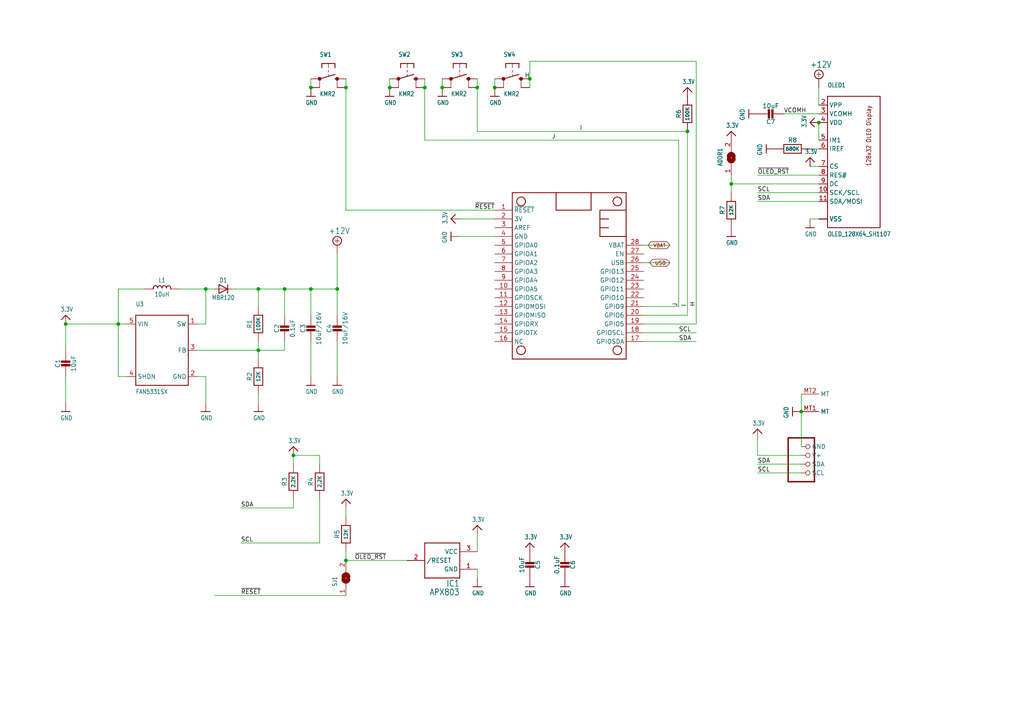
<source format=kicad_sch>
(kicad_sch (version 20231120) (generator "eeschema") (generator_version "8.0")
  (paper "A4")
  (lib_symbols
    (symbol "Adafruit 128x64 OLED FeatherWing-eagle-import:+12V" (power)
      (symbol "+12V_1_0"
        (polyline (pts (xy -0.635 1.27) (xy 0.635 1.27)) (stroke (width 0.1524)))
        (polyline (pts (xy 0 1.905) (xy 0 0.635)) (stroke (width 0.1524)))
        (circle (center 0 1.27) (radius 1.27) (stroke (width 0.254)))
        (pin power_in line (at 0 -2.54 90) (length 2.54) (name "+12V") (number "1"))
      )
    )
    (symbol "Adafruit 128x64 OLED FeatherWing-eagle-import:3.3V" (power)
      (symbol "3.3V_1_0"
        (polyline (pts (xy -1.27 -1.27) (xy 0 0)) (stroke (width 0.254)))
        (polyline (pts (xy 0 0) (xy 1.27 -1.27)) (stroke (width 0.254)))
        (pin power_in line (at 0 -2.54 90) (length 2.54) (name "3.3V") (number "1"))
      )
    )
    (symbol "Adafruit 128x64 OLED FeatherWing-eagle-import:AXP083-SAG"
      (property "Reference" "IC" (at -5.08 -7.62 0))
      (symbol "AXP083-SAG_1_0"
        (polyline (pts (xy -5.08 -5.08) (xy -5.08 5.08)) (stroke (width 0.254)))
        (polyline (pts (xy -5.08 5.08) (xy 5.08 5.08)) (stroke (width 0.254)))
        (polyline (pts (xy 5.08 -5.08) (xy -5.08 -5.08)) (stroke (width 0.254)))
        (polyline (pts (xy 5.08 5.08) (xy 5.08 -5.08)) (stroke (width 0.254)))
        (pin power_in line (at -10.16 -2.54 0) (length 5.08) (name "GND") (number "1"))
        (pin output line (at 10.16 0 180) (length 5.08) (name "/RESET") (number "2"))
        (pin power_in line (at -10.16 2.54 0) (length 5.08) (name "VCC") (number "3"))
      )
    )
    (symbol "Adafruit 128x64 OLED FeatherWing-eagle-import:CAP_CERAMIC0603_NO"
      (property "Reference" "C" (at -2.29 1.25 90))
      (symbol "CAP_CERAMIC0603_NO_1_0"
        (rectangle (start -1.27 0.508) (end 1.27 1.016) (fill (type outline)))
        (rectangle (start -1.27 1.524) (end 1.27 2.032) (fill (type outline)))
        (polyline (pts (xy 0 0.762) (xy 0 0)) (stroke (width 0.1524)))
        (polyline (pts (xy 0 2.54) (xy 0 1.778)) (stroke (width 0.1524)))
        (pin passive line (at 0 5.08 270) (length 2.54) (name "1") (number "1"))
        (pin passive line (at 0 -2.54 90) (length 2.54) (name "2") (number "2"))
      )
    )
    (symbol "Adafruit 128x64 OLED FeatherWing-eagle-import:CAP_CERAMIC0805-NOOUTLINE"
      (property "Reference" "C" (at -2.29 1.25 90))
      (symbol "CAP_CERAMIC0805-NOOUTLINE_1_0"
        (rectangle (start -1.27 0.508) (end 1.27 1.016) (fill (type outline)))
        (rectangle (start -1.27 1.524) (end 1.27 2.032) (fill (type outline)))
        (polyline (pts (xy 0 0.762) (xy 0 0)) (stroke (width 0.1524)))
        (polyline (pts (xy 0 2.54) (xy 0 1.778)) (stroke (width 0.1524)))
        (pin passive line (at 0 5.08 270) (length 2.54) (name "1") (number "1"))
        (pin passive line (at 0 -2.54 90) (length 2.54) (name "2") (number "2"))
      )
    )
    (symbol "Adafruit 128x64 OLED FeatherWing-eagle-import:DIODESOD-123"
      (property "Reference" "D" (at 0 2.54 0))
      (symbol "DIODESOD-123_1_0"
        (polyline (pts (xy -1.27 -1.27) (xy 1.27 0)) (stroke (width 0.254)))
        (polyline (pts (xy -1.27 1.27) (xy -1.27 -1.27)) (stroke (width 0.254)))
        (polyline (pts (xy 1.27 0) (xy -1.27 1.27)) (stroke (width 0.254)))
        (polyline (pts (xy 1.27 0) (xy 1.27 -1.27)) (stroke (width 0.254)))
        (polyline (pts (xy 1.27 1.27) (xy 1.27 0)) (stroke (width 0.254)))
        (pin passive line (at -2.54 0 0) (length 2.54) (name "A") (number "A"))
        (pin passive line (at 2.54 0 180) (length 2.54) (name "C") (number "C"))
      )
    )
    (symbol "Adafruit 128x64 OLED FeatherWing-eagle-import:FEATHERWING_NODIM"
      (symbol "FEATHERWING_NODIM_1_0"
        (polyline (pts (xy 0 0) (xy 48.26 0)) (stroke (width 0.254)))
        (polyline (pts (xy 0 12.7) (xy 0 0)) (stroke (width 0.254)))
        (polyline (pts (xy 0 22.86) (xy 0 12.7)) (stroke (width 0.254)))
        (polyline (pts (xy 0 22.86) (xy 5.08 22.86)) (stroke (width 0.254)))
        (polyline (pts (xy 0 33.02) (xy 0 22.86)) (stroke (width 0.254)))
        (polyline (pts (xy 5.08 12.7) (xy 0 12.7)) (stroke (width 0.254)))
        (polyline (pts (xy 5.08 22.86) (xy 5.08 12.7)) (stroke (width 0.254)))
        (polyline (pts (xy 5.08 25.4) (xy 7.62 25.4)) (stroke (width 0.254)))
        (polyline (pts (xy 5.08 33.02) (xy 0 33.02)) (stroke (width 0.254)))
        (polyline (pts (xy 5.08 33.02) (xy 5.08 25.4)) (stroke (width 0.254)))
        (polyline (pts (xy 7.62 25.4) (xy 10.16 25.4)) (stroke (width 0.254)))
        (polyline (pts (xy 7.62 27.94) (xy 7.62 25.4)) (stroke (width 0.254)))
        (polyline (pts (xy 10.16 25.4) (xy 12.7 25.4)) (stroke (width 0.254)))
        (polyline (pts (xy 10.16 27.94) (xy 10.16 25.4)) (stroke (width 0.254)))
        (polyline (pts (xy 12.7 25.4) (xy 12.7 33.02)) (stroke (width 0.254)))
        (polyline (pts (xy 12.7 33.02) (xy 5.08 33.02)) (stroke (width 0.254)))
        (polyline (pts (xy 48.26 0) (xy 48.26 33.02)) (stroke (width 0.254)))
        (polyline (pts (xy 48.26 33.02) (xy 12.7 33.02)) (stroke (width 0.254)))
        (circle (center 2.54 2.54) (radius 1.27) (stroke (width 0.254)))
        (circle (center 2.54 30.48) (radius 1.27) (stroke (width 0.254)))
        (circle (center 45.72 2.54) (radius 1.27) (stroke (width 0.254)))
        (circle (center 45.72 30.48) (radius 1.27) (stroke (width 0.254)))
        (pin input line (at 5.08 -5.08 90) (length 5.08) (name "~{RESET}") (number "1"))
        (pin bidirectional line (at 27.94 -5.08 90) (length 5.08) (name "GPIOA5") (number "10"))
        (pin bidirectional line (at 30.48 -5.08 90) (length 5.08) (name "GPIOSCK") (number "11"))
        (pin bidirectional line (at 33.02 -5.08 90) (length 5.08) (name "GPIOMOSI") (number "12"))
        (pin bidirectional line (at 35.56 -5.08 90) (length 5.08) (name "GPIOMISO") (number "13"))
        (pin bidirectional line (at 38.1 -5.08 90) (length 5.08) (name "GPIORX") (number "14"))
        (pin bidirectional line (at 40.64 -5.08 90) (length 5.08) (name "GPIOTX") (number "15"))
        (pin passive line (at 43.18 -5.08 90) (length 5.08) (name "NC") (number "16"))
        (pin bidirectional line (at 43.18 38.1 270) (length 5.08) (name "GPIOSDA") (number "17"))
        (pin bidirectional line (at 40.64 38.1 270) (length 5.08) (name "GPIOSCL") (number "18"))
        (pin bidirectional line (at 38.1 38.1 270) (length 5.08) (name "GPIO5") (number "19"))
        (pin power_in line (at 7.62 -5.08 90) (length 5.08) (name "3V") (number "2"))
        (pin bidirectional line (at 35.56 38.1 270) (length 5.08) (name "GPIO6") (number "20"))
        (pin bidirectional line (at 33.02 38.1 270) (length 5.08) (name "GPIO9") (number "21"))
        (pin bidirectional line (at 30.48 38.1 270) (length 5.08) (name "GPIO10") (number "22"))
        (pin bidirectional line (at 27.94 38.1 270) (length 5.08) (name "GPIO11") (number "23"))
        (pin bidirectional line (at 25.4 38.1 270) (length 5.08) (name "GPIO12") (number "24"))
        (pin bidirectional line (at 22.86 38.1 270) (length 5.08) (name "GPIO13") (number "25"))
        (pin power_in line (at 20.32 38.1 270) (length 5.08) (name "USB") (number "26"))
        (pin passive line (at 17.78 38.1 270) (length 5.08) (name "EN") (number "27"))
        (pin power_in line (at 15.24 38.1 270) (length 5.08) (name "VBAT") (number "28"))
        (pin passive line (at 10.16 -5.08 90) (length 5.08) (name "AREF") (number "3"))
        (pin power_in line (at 12.7 -5.08 90) (length 5.08) (name "GND") (number "4"))
        (pin bidirectional line (at 15.24 -5.08 90) (length 5.08) (name "GPIOA0") (number "5"))
        (pin bidirectional line (at 17.78 -5.08 90) (length 5.08) (name "GPIOA1") (number "6"))
        (pin bidirectional line (at 20.32 -5.08 90) (length 5.08) (name "GPIOA2") (number "7"))
        (pin bidirectional line (at 22.86 -5.08 90) (length 5.08) (name "GPIOA3") (number "8"))
        (pin bidirectional line (at 25.4 -5.08 90) (length 5.08) (name "GPIOA4") (number "9"))
      )
    )
    (symbol "Adafruit 128x64 OLED FeatherWing-eagle-import:GND" (power)
      (symbol "GND_1_0"
        (polyline (pts (xy -1.27 0) (xy 1.27 0)) (stroke (width 0.254)))
        (pin power_in line (at 0 2.54 270) (length 2.54) (name "GND") (number "1"))
      )
    )
    (symbol "Adafruit 128x64 OLED FeatherWing-eagle-import:INDUCTOR"
      (property "Reference" "L" (at 0 2.54 0))
      (symbol "INDUCTOR_1_0"
        (arc (start -1.27 0.3173) (mid -1.9049 0.9524) (end -2.54 0.3175) (stroke (width 0.254)))
        (polyline (pts (xy -2.54 0.3175) (xy -2.54 0)) (stroke (width 0.254)))
        (polyline (pts (xy 2.54 0.3175) (xy 2.54 0)) (stroke (width 0.254)))
        (arc (start 0 0.3173) (mid -0.6349 0.9524) (end -1.27 0.3175) (stroke (width 0.254)))
        (arc (start 1.27 0.3173) (mid 0.6351 0.9524) (end 0 0.3175) (stroke (width 0.254)))
        (arc (start 2.54 0.3173) (mid 1.9051 0.9524) (end 1.27 0.3175) (stroke (width 0.254)))
        (pin passive line (at -5.08 0 0) (length 2.54) (name "1") (number "P$1"))
        (pin passive line (at 5.08 0 180) (length 2.54) (name "2") (number "P$2"))
      )
    )
    (symbol "Adafruit 128x64 OLED FeatherWing-eagle-import:OLED_128X64_SH1107"
      (property "Reference" "OLED" (at -7.62 22.86 0))
      (symbol "OLED_128X64_SH1107_1_0"
        (polyline (pts (xy -7.62 -17.78) (xy 7.62 -17.78)) (stroke (width 0.254)))
        (polyline (pts (xy -7.62 20.32) (xy -7.62 -17.78)) (stroke (width 0.254)))
        (polyline (pts (xy 7.62 -17.78) (xy 7.62 20.32)) (stroke (width 0.254)))
        (polyline (pts (xy 7.62 20.32) (xy -7.62 20.32)) (stroke (width 0.254)))
        (text "128x32 OLED Display" (at 5.08 0 900) (effects (font (size 1.27 1.0795)) (justify left bottom)))
        (pin power_in line (at -10.16 -15.24 0) (length 2.54) (name "VSS") (number "1"))
        (pin input line (at -10.16 -7.62 0) (length 2.54) (name "SCK/SCL") (number "10"))
        (pin input line (at -10.16 -10.16 0) (length 2.54) (name "SDA/MOSI") (number "11"))
        (pin power_in line (at -10.16 -15.24 0) (length 2.54) (name "VSS") (number "12"))
        (pin power_in line (at -10.16 -15.24 0) (length 2.54) (name "VSS") (number "13"))
        (pin power_in line (at -10.16 17.78 0) (length 2.54) (name "VPP") (number "2"))
        (pin power_in line (at -10.16 15.24 0) (length 2.54) (name "VCOMH") (number "3"))
        (pin power_in line (at -10.16 12.7 0) (length 2.54) (name "VDD") (number "4"))
        (pin input line (at -10.16 7.62 0) (length 2.54) (name "IM1") (number "5"))
        (pin bidirectional line (at -10.16 5.08 0) (length 2.54) (name "IREF") (number "6"))
        (pin input line (at -10.16 0 0) (length 2.54) (name "CS") (number "7"))
        (pin input line (at -10.16 -2.54 0) (length 2.54) (name "RES#") (number "8"))
        (pin input line (at -10.16 -5.08 0) (length 2.54) (name "DC") (number "9"))
      )
    )
    (symbol "Adafruit 128x64 OLED FeatherWing-eagle-import:RESISTOR_0603_NOOUT"
      (property "Reference" "R" (at 0 2.54 0))
      (symbol "RESISTOR_0603_NOOUT_1_0"
        (polyline (pts (xy -2.54 -1.27) (xy -2.54 1.27)) (stroke (width 0.254)))
        (polyline (pts (xy -2.54 1.27) (xy 2.54 1.27)) (stroke (width 0.254)))
        (polyline (pts (xy 2.54 -1.27) (xy -2.54 -1.27)) (stroke (width 0.254)))
        (polyline (pts (xy 2.54 1.27) (xy 2.54 -1.27)) (stroke (width 0.254)))
        (pin passive line (at -5.08 0 0) (length 2.54) (name "1") (number "1"))
        (pin passive line (at 5.08 0 180) (length 2.54) (name "2") (number "2"))
      )
    )
    (symbol "Adafruit 128x64 OLED FeatherWing-eagle-import:SOLDERJUMPER"
      (property "Reference" "SJ" (at -2.54 2.54 0))
      (symbol "SOLDERJUMPER_1_0"
        (arc (start -0.3808 0.635) (mid -1.0159 0.0001) (end -0.381 -0.635) (stroke (width 1.27)))
        (polyline (pts (xy -2.54 0) (xy -1.651 0)) (stroke (width 0.1524)))
        (polyline (pts (xy 2.54 0) (xy 1.651 0)) (stroke (width 0.1524)))
        (arc (start 0.3808 -0.635) (mid 1.0159 -0.0001) (end 0.381 0.635) (stroke (width 1.27)))
        (pin passive line (at -5.08 0 0) (length 2.54) (name "1") (number "1"))
        (pin passive line (at 5.08 0 180) (length 2.54) (name "2") (number "2"))
      )
    )
    (symbol "Adafruit 128x64 OLED FeatherWing-eagle-import:SOLDERJUMPERCLOSED"
      (property "Reference" "SJ" (at -2.54 2.54 0))
      (symbol "SOLDERJUMPERCLOSED_1_0"
        (arc (start -0.3808 0.635) (mid -1.0159 0.0001) (end -0.381 -0.635) (stroke (width 1.27)))
        (polyline (pts (xy -2.54 0) (xy -1.651 0)) (stroke (width 0.1524)))
        (polyline (pts (xy 2.54 0) (xy 1.651 0)) (stroke (width 0.1524)))
        (arc (start 0.3808 -0.635) (mid 1.0159 -0.0001) (end 0.381 0.635) (stroke (width 1.27)))
        (pin passive line (at -5.08 0 0) (length 2.54) (name "1") (number "1"))
        (pin passive line (at 5.08 0 180) (length 2.54) (name "2") (number "2"))
      )
    )
    (symbol "Adafruit 128x64 OLED FeatherWing-eagle-import:STEMMA_I2C_QT"
      (symbol "STEMMA_I2C_QT_1_0"
        (polyline (pts (xy -3.81 -5.08) (xy 3.81 -5.08)) (stroke (width 0.4064)))
        (polyline (pts (xy -3.81 7.62) (xy -3.81 -5.08)) (stroke (width 0.4064)))
        (polyline (pts (xy 3.81 -5.08) (xy 3.81 7.62)) (stroke (width 0.4064)))
        (polyline (pts (xy 3.81 7.62) (xy -3.81 7.62)) (stroke (width 0.4064)))
        (pin passive inverted (at 0 5.08 0) (length 2.54) (name "GND") (number "1"))
        (pin passive inverted (at 0 2.54 0) (length 2.54) (name "V+") (number "2"))
        (pin passive inverted (at 0 0 0) (length 2.54) (name "SDA") (number "3"))
        (pin passive inverted (at 0 -2.54 0) (length 2.54) (name "SCL") (number "4"))
      )
      (symbol "STEMMA_I2C_QT_2_0"
        (pin bidirectional line (at 0 0 0) (length 5.08) (name "MT") (number "MT1"))
      )
      (symbol "STEMMA_I2C_QT_3_0"
        (pin bidirectional line (at 0 0 0) (length 5.08) (name "MT") (number "MT2"))
      )
    )
    (symbol "Adafruit 128x64 OLED FeatherWing-eagle-import:SWITCH_TACT_SMT4.6X2.8"
      (property "Reference" "SW" (at -2.54 6.35 0))
      (symbol "SWITCH_TACT_SMT4.6X2.8_1_0"
        (circle (center -2.54 0) (radius 0.127) (stroke (width 0.4064)))
        (polyline (pts (xy -2.54 -2.54) (xy -2.54 0)) (stroke (width 0.1524)))
        (polyline (pts (xy -2.54 0) (xy 1.905 1.27)) (stroke (width 0.254)))
        (polyline (pts (xy -1.905 4.445) (xy -1.905 3.175)) (stroke (width 0.254)))
        (polyline (pts (xy 0 1.27) (xy 0 0.635)) (stroke (width 0.1524)))
        (polyline (pts (xy 0 2.54) (xy 0 1.905)) (stroke (width 0.1524)))
        (polyline (pts (xy 0 4.445) (xy -1.905 4.445)) (stroke (width 0.254)))
        (polyline (pts (xy 0 4.445) (xy 0 3.175)) (stroke (width 0.1524)))
        (polyline (pts (xy 1.905 0) (xy 2.54 0)) (stroke (width 0.254)))
        (polyline (pts (xy 1.905 4.445) (xy 0 4.445)) (stroke (width 0.254)))
        (polyline (pts (xy 1.905 4.445) (xy 1.905 3.175)) (stroke (width 0.254)))
        (polyline (pts (xy 2.54 -2.54) (xy 2.54 0)) (stroke (width 0.1524)))
        (circle (center 2.54 0) (radius 0.127) (stroke (width 0.4064)))
        (pin passive line (at -5.08 0 0) (length 2.54) (name "P") (number "A"))
        (pin passive line (at -5.08 -2.54 0) (length 2.54) (name "P1") (number "A'"))
        (pin passive line (at 5.08 0 180) (length 2.54) (name "S") (number "B"))
        (pin passive line (at 5.08 -2.54 180) (length 2.54) (name "S1") (number "B'"))
      )
    )
    (symbol "Adafruit 128x64 OLED FeatherWing-eagle-import:VREG_FAN5331"
      (property "Reference" "U" (at -7.62 12.7 0))
      (symbol "VREG_FAN5331_1_0"
        (polyline (pts (xy -7.62 -10.16) (xy -7.62 10.16)) (stroke (width 0.254)))
        (polyline (pts (xy -7.62 10.16) (xy 7.62 10.16)) (stroke (width 0.254)))
        (polyline (pts (xy 7.62 -10.16) (xy -7.62 -10.16)) (stroke (width 0.254)))
        (polyline (pts (xy 7.62 10.16) (xy 7.62 -10.16)) (stroke (width 0.254)))
        (pin bidirectional line (at 10.16 7.62 180) (length 2.54) (name "SW") (number "1"))
        (pin bidirectional line (at 10.16 -7.62 180) (length 2.54) (name "GND") (number "2"))
        (pin bidirectional line (at 10.16 0 180) (length 2.54) (name "FB") (number "3"))
        (pin bidirectional line (at -10.16 -7.62 0) (length 2.54) (name "SHDN") (number "4"))
        (pin bidirectional line (at -10.16 7.62 0) (length 2.54) (name "VIN") (number "5"))
      )
    )
  )
  (junction (at 85.09 132.08))
  (junction (at 74.93 83.82))
  (junction (at 100.33 25.4))
  (junction (at 232.41 119.38))
  (junction (at 82.55 83.82))
  (junction (at 19.05 93.98))
  (junction (at 113.03 25.4))
  (junction (at 199.39 38.1))
  (junction (at 97.79 83.82))
  (junction (at 123.19 25.4))
  (junction (at 212.09 53.34))
  (junction (at 74.93 101.6))
  (junction (at 153.67 22.86))
  (junction (at 59.69 83.82))
  (junction (at 138.43 25.4))
  (junction (at 34.29 93.98))
  (junction (at 237.49 35.56))
  (junction (at 128.27 25.4))
  (junction (at 90.17 25.4))
  (junction (at 90.17 83.82))
  (junction (at 100.33 162.56))
  (junction (at 143.51 25.4))
  (wire (pts (xy 186.69 88.9) (xy 196.85 88.9)) (stroke (width 0.1524)))
  (wire (pts (xy 219.71 55.88) (xy 237.49 55.88)) (stroke (width 0.1524)))
  (wire (pts (xy 85.09 147.32) (xy 69.85 147.32)) (stroke (width 0.1524)))
  (wire (pts (xy 19.05 109.22) (xy 19.05 116.84)) (stroke (width 0.1524)))
  (wire (pts (xy 74.93 101.6) (xy 74.93 99.06)) (stroke (width 0.1524)))
  (wire (pts (xy 133.35 68.58) (xy 143.51 68.58)) (stroke (width 0.1524)))
  (wire (pts (xy 212.09 53.34) (xy 212.09 55.88)) (stroke (width 0.1524)))
  (wire (pts (xy 138.43 160.02) (xy 138.43 154.94)) (stroke (width 0.1524)))
  (wire (pts (xy 138.43 38.1) (xy 199.39 38.1)) (stroke (width 0.1524)))
  (wire (pts (xy 199.39 38.1) (xy 199.39 91.44)) (stroke (width 0.1524)))
  (wire (pts (xy 34.29 93.98) (xy 19.05 93.98)) (stroke (width 0.1524)))
  (wire (pts (xy 74.93 83.82) (xy 74.93 88.9)) (stroke (width 0.1524)))
  (wire (pts (xy 237.49 35.56) (xy 237.49 40.64)) (stroke (width 0.1524)))
  (wire (pts (xy 67.31 83.82) (xy 74.93 83.82)) (stroke (width 0.1524)))
  (wire (pts (xy 143.51 22.86) (xy 143.51 25.4)) (stroke (width 0.1524)))
  (wire (pts (xy 100.33 22.86) (xy 100.33 25.4)) (stroke (width 0.1524)))
  (wire (pts (xy 90.17 109.22) (xy 90.17 99.06)) (stroke (width 0.1524)))
  (wire (pts (xy 237.49 58.42) (xy 219.71 58.42)) (stroke (width 0.1524)))
  (wire (pts (xy 36.83 109.22) (xy 34.29 109.22)) (stroke (width 0.1524)))
  (wire (pts (xy 133.35 63.5) (xy 143.51 63.5)) (stroke (width 0.1524)))
  (wire (pts (xy 237.49 25.4) (xy 237.49 30.48)) (stroke (width 0.1524)))
  (wire (pts (xy 234.95 43.18) (xy 237.49 43.18)) (stroke (width 0.1524)))
  (wire (pts (xy 138.43 22.86) (xy 138.43 25.4)) (stroke (width 0.1524)))
  (wire (pts (xy 113.03 22.86) (xy 113.03 25.4)) (stroke (width 0.1524)))
  (wire (pts (xy 59.69 109.22) (xy 59.69 116.84)) (stroke (width 0.1524)))
  (wire (pts (xy 212.09 53.34) (xy 237.49 53.34)) (stroke (width 0.1524)))
  (wire (pts (xy 36.83 93.98) (xy 34.29 93.98)) (stroke (width 0.1524)))
  (wire (pts (xy 74.93 101.6) (xy 82.55 101.6)) (stroke (width 0.1524)))
  (wire (pts (xy 234.95 48.26) (xy 237.49 48.26)) (stroke (width 0.1524)))
  (wire (pts (xy 227.33 33.02) (xy 237.49 33.02)) (stroke (width 0.1524)))
  (wire (pts (xy 153.67 17.78) (xy 201.93 17.78)) (stroke (width 0.1524)))
  (wire (pts (xy 82.55 91.44) (xy 82.55 83.82)) (stroke (width 0.1524)))
  (wire (pts (xy 34.29 93.98) (xy 34.29 83.82)) (stroke (width 0.1524)))
  (wire (pts (xy 97.79 83.82) (xy 97.79 73.66)) (stroke (width 0.1524)))
  (wire (pts (xy 82.55 83.82) (xy 90.17 83.82)) (stroke (width 0.1524)))
  (wire (pts (xy 194.31 76.2) (xy 186.69 76.2)))
  (wire (pts (xy 82.55 101.6) (xy 82.55 99.06)) (stroke (width 0.1524)))
  (wire (pts (xy 123.19 22.86) (xy 123.19 25.4)) (stroke (width 0.1524)))
  (wire (pts (xy 100.33 172.72) (xy 62.23 172.72)) (stroke (width 0.1524)))
  (wire (pts (xy 52.07 83.82) (xy 59.69 83.82)) (stroke (width 0.1524)))
  (wire (pts (xy 97.79 99.06) (xy 97.79 109.22)) (stroke (width 0.1524)))
  (wire (pts (xy 85.09 134.62) (xy 85.09 132.08)) (stroke (width 0.1524)))
  (wire (pts (xy 57.15 101.6) (xy 74.93 101.6)) (stroke (width 0.1524)))
  (wire (pts (xy 194.31 71.12) (xy 186.69 71.12)))
  (wire (pts (xy 85.09 147.32) (xy 85.09 144.78)) (stroke (width 0.1524)))
  (wire (pts (xy 186.69 91.44) (xy 199.39 91.44)) (stroke (width 0.1524)))
  (wire (pts (xy 100.33 25.4) (xy 100.33 60.96)) (stroke (width 0.1524)))
  (wire (pts (xy 219.71 132.08) (xy 219.71 127)) (stroke (width 0.1524)))
  (wire (pts (xy 232.41 119.38) (xy 232.41 129.54)) (stroke (width 0.1524)))
  (wire (pts (xy 34.29 109.22) (xy 34.29 93.98)) (stroke (width 0.1524)))
  (wire (pts (xy 186.69 99.06) (xy 201.93 99.06)) (stroke (width 0.1524)))
  (wire (pts (xy 153.67 17.78) (xy 153.67 22.86)) (stroke (width 0.1524)))
  (wire (pts (xy 92.71 144.78) (xy 92.71 157.48)) (stroke (width 0.1524)))
  (wire (pts (xy 219.71 50.8) (xy 237.49 50.8)) (stroke (width 0.1524)))
  (wire (pts (xy 90.17 22.86) (xy 90.17 25.4)) (stroke (width 0.1524)))
  (wire (pts (xy 212.09 50.8) (xy 212.09 53.34)) (stroke (width 0.1524)))
  (wire (pts (xy 232.41 134.62) (xy 219.71 134.62)) (stroke (width 0.1524)))
  (wire (pts (xy 232.41 132.08) (xy 219.71 132.08)) (stroke (width 0.1524)))
  (wire (pts (xy 74.93 114.3) (xy 74.93 116.84)) (stroke (width 0.1524)))
  (wire (pts (xy 34.29 83.82) (xy 41.91 83.82)) (stroke (width 0.1524)))
  (wire (pts (xy 234.95 63.5) (xy 237.49 63.5)) (stroke (width 0.1524)))
  (wire (pts (xy 201.93 17.78) (xy 201.93 93.98)) (stroke (width 0.1524)))
  (wire (pts (xy 90.17 83.82) (xy 97.79 83.82)) (stroke (width 0.1524)))
  (wire (pts (xy 123.19 25.4) (xy 123.19 40.64)) (stroke (width 0.1524)))
  (wire (pts (xy 138.43 165.1) (xy 138.43 167.64)) (stroke (width 0.1524)))
  (wire (pts (xy 128.27 22.86) (xy 128.27 25.4)) (stroke (width 0.1524)))
  (wire (pts (xy 92.71 132.08) (xy 85.09 132.08)) (stroke (width 0.1524)))
  (wire (pts (xy 100.33 149.86) (xy 100.33 147.32)) (stroke (width 0.1524)))
  (wire (pts (xy 19.05 93.98) (xy 19.05 101.6)) (stroke (width 0.1524)))
  (wire (pts (xy 97.79 83.82) (xy 97.79 91.44)) (stroke (width 0.1524)))
  (wire (pts (xy 153.67 22.86) (xy 153.67 25.4)) (stroke (width 0.1524)))
  (wire (pts (xy 219.71 137.16) (xy 232.41 137.16)) (stroke (width 0.1524)))
  (wire (pts (xy 186.69 96.52) (xy 201.93 96.52)) (stroke (width 0.1524)))
  (wire (pts (xy 92.71 134.62) (xy 92.71 132.08)) (stroke (width 0.1524)))
  (wire (pts (xy 92.71 157.48) (xy 69.85 157.48)) (stroke (width 0.1524)))
  (wire (pts (xy 138.43 25.4) (xy 138.43 38.1)) (stroke (width 0.1524)))
  (wire (pts (xy 123.19 40.64) (xy 196.85 40.64)) (stroke (width 0.1524)))
  (wire (pts (xy 90.17 83.82) (xy 90.17 91.44)) (stroke (width 0.1524)))
  (wire (pts (xy 59.69 93.98) (xy 57.15 93.98)) (stroke (width 0.1524)))
  (wire (pts (xy 196.85 40.64) (xy 196.85 88.9)) (stroke (width 0.1524)))
  (wire (pts (xy 118.11 162.56) (xy 100.33 162.56)) (stroke (width 0.1524)))
  (wire (pts (xy 232.41 114.3) (xy 232.41 119.38)) (stroke (width 0.1524)))
  (wire (pts (xy 74.93 83.82) (xy 82.55 83.82)) (stroke (width 0.1524)))
  (wire (pts (xy 59.69 83.82) (xy 62.23 83.82)) (stroke (width 0.1524)))
  (wire (pts (xy 100.33 162.56) (xy 100.33 160.02)) (stroke (width 0.1524)))
  (wire (pts (xy 57.15 109.22) (xy 59.69 109.22)) (stroke (width 0.1524)))
  (wire (pts (xy 186.69 93.98) (xy 201.93 93.98)) (stroke (width 0.1524)))
  (wire (pts (xy 74.93 104.14) (xy 74.93 101.6)) (stroke (width 0.1524)))
  (wire (pts (xy 100.33 60.96) (xy 143.51 60.96)) (stroke (width 0.1524)))
  (wire (pts (xy 59.69 83.82) (xy 59.69 93.98)) (stroke (width 0.1524)))
  (label "~{RESET}" (at 69.85 172.72 0) (effects (font (size 1.2446 1.2446))))
  (label "SDA" (at 219.71 58.42 0) (effects (font (size 1.2446 1.2446))))
  (label "SDA" (at 196.85 99.06 0) (effects (font (size 1.2446 1.2446))))
  (label "SCL" (at 69.85 157.48 0) (effects (font (size 1.2446 1.2446))))
  (label "I" (at 168.91 38.1 180) (effects (font (size 1.2446 1.2446))))
  (label "SCL" (at 196.85 96.52 0) (effects (font (size 1.2446 1.2446))))
  (label "~{OLED_RST}" (at 102.87 162.56 0) (effects (font (size 1.2446 1.2446))))
  (label "VCOMH" (at 227.33 33.02 0) (effects (font (size 1.2446 1.2446))))
  (label "H" (at 201.93 88.9 90) (effects (font (size 1.2446 1.2446))))
  (label "SDA" (at 219.71 134.62 0) (effects (font (size 1.2446 1.2446))))
  (label "SDA" (at 69.85 147.32 0) (effects (font (size 1.2446 1.2446))))
  (label "J" (at 196.85 88.9 90) (effects (font (size 1.2446 1.2446))))
  (label "~{RESET}" (at 143.51 60.96 180) (effects (font (size 1.2446 1.2446))))
  (label "J" (at 160.02 40.64 0) (effects (font (size 1.2446 1.2446))))
  (label "I" (at 199.39 88.9 90) (effects (font (size 1.2446 1.2446))))
  (label "SCL" (at 219.71 55.88 0) (effects (font (size 1.2446 1.2446))))
  (label "~{OLED_RST}" (at 219.71 50.8 0) (effects (font (size 1.2446 1.2446))))
  (label "H" (at 153.67 22.86 180) (effects (font (size 1.2446 1.2446))))
  (label "SCL" (at 219.71 137.16 0) (effects (font (size 1.2446 1.2446))))
  (global_label "USB" (shape bidirectional) (at 194.31 76.2 180) (effects (font (size 1.016 1.016))) (property "Intersheetrefs" "${INTERSHEET_REFS}" (effects (hide yes))))
  (global_label "VBAT" (shape bidirectional) (at 194.31 71.12 180) (effects (font (size 1.016 1.016))) (property "Intersheetrefs" "${INTERSHEET_REFS}" (effects (hide yes))))
  (symbol (lib_id "Adafruit 128x64 OLED FeatherWing-eagle-import:3.3V") (at 199.39 25.4 0) (unit 1)
    (property "Reference" "#U$022" (effects (hide yes)))
    (property "Value" "3.3V" (at 197.866 24.384 0) (effects (font (size 1.27 1.0795)) (justify left bottom)))
  )
  (symbol (lib_id "Adafruit 128x64 OLED FeatherWing-eagle-import:STEMMA_I2C_QT") (at 232.41 119.38 0) (unit 2)
    (property "Reference" "CONN1" (effects (hide yes)))
    (property "Value" "STEMMA_I2C_QT" (effects (hide yes)))
    (property "Footprint" "Adafruit 128x64 OLED FeatherWing:JST_SH4" (effects (hide yes)))
  )
  (symbol (lib_id "Adafruit 128x64 OLED FeatherWing-eagle-import:VREG_FAN5331") (at 46.99 101.6 0) (unit 1)
    (property "Reference" "U3" (at 39.37 88.9 0) (effects (font (size 1.27 1.0795)) (justify left bottom)))
    (property "Value" "FAN5331SX" (at 39.37 114.3 0) (effects (font (size 1.27 1.0795)) (justify left bottom)))
    (property "Footprint" "Adafruit 128x64 OLED FeatherWing:SOT23-5" (effects (hide yes)))
  )
  (symbol (lib_id "Adafruit 128x64 OLED FeatherWing-eagle-import:GND") (at 217.17 33.02 270) (unit 1)
    (property "Reference" "#U$025" (effects (hide yes)))
    (property "Value" "GND" (at 214.63 31.496 0) (effects (font (size 1.27 1.0795)) (justify left bottom)))
  )
  (symbol (lib_id "Adafruit 128x64 OLED FeatherWing-eagle-import:GND") (at 130.81 68.58 270) (unit 1)
    (property "Reference" "#U$014" (effects (hide yes)))
    (property "Value" "GND" (at 128.27 67.056 0) (effects (font (size 1.27 1.0795)) (justify left bottom)))
  )
  (symbol (lib_id "Adafruit 128x64 OLED FeatherWing-eagle-import:SWITCH_TACT_SMT4.6X2.8") (at 148.59 22.86 0) (unit 1)
    (property "Reference" "SW4" (at 146.05 16.51 0) (effects (font (size 1.27 1.0795)) (justify left bottom)))
    (property "Value" "KMR2" (at 146.05 27.94 0) (effects (font (size 1.27 1.0795)) (justify left bottom)))
    (property "Footprint" "Adafruit 128x64 OLED FeatherWing:BTN_KMR2_4.6X2.8" (effects (hide yes)))
  )
  (symbol (lib_id "Adafruit 128x64 OLED FeatherWing-eagle-import:DIODESOD-123") (at 64.77 83.82 0) (unit 1)
    (property "Reference" "D1" (at 64.77 81.28 0) (effects (font (size 1.27 1.0795))))
    (property "Value" "MBR120" (at 64.77 86.32 0) (effects (font (size 1.27 1.0795))))
    (property "Footprint" "Adafruit 128x64 OLED FeatherWing:SOD-123" (effects (hide yes)))
  )
  (symbol (lib_id "Adafruit 128x64 OLED FeatherWing-eagle-import:GND") (at 163.83 170.18 0) (unit 1)
    (property "Reference" "#U$021" (effects (hide yes)))
    (property "Value" "GND" (at 162.306 172.72 0) (effects (font (size 1.27 1.0795)) (justify left bottom)))
  )
  (symbol (lib_id "Adafruit 128x64 OLED FeatherWing-eagle-import:SWITCH_TACT_SMT4.6X2.8") (at 118.11 22.86 0) (unit 1)
    (property "Reference" "SW2" (at 115.57 16.51 0) (effects (font (size 1.27 1.0795)) (justify left bottom)))
    (property "Value" "KMR2" (at 115.57 27.94 0) (effects (font (size 1.27 1.0795)) (justify left bottom)))
    (property "Footprint" "Adafruit 128x64 OLED FeatherWing:BTN_KMR2_4.6X2.8" (effects (hide yes)))
  )
  (symbol (lib_id "Adafruit 128x64 OLED FeatherWing-eagle-import:GND") (at 74.93 119.38 0) (unit 1)
    (property "Reference" "#U$05" (effects (hide yes)))
    (property "Value" "GND" (at 73.406 121.92 0) (effects (font (size 1.27 1.0795)) (justify left bottom)))
  )
  (symbol (lib_id "Adafruit 128x64 OLED FeatherWing-eagle-import:GND") (at 222.25 43.18 270) (unit 1)
    (property "Reference" "#U$027" (effects (hide yes)))
    (property "Value" "GND" (at 219.71 41.656 0) (effects (font (size 1.27 1.0795)) (justify left bottom)))
  )
  (symbol (lib_id "Adafruit 128x64 OLED FeatherWing-eagle-import:GND") (at 212.09 68.58 0) (unit 1)
    (property "Reference" "#U$024" (effects (hide yes)))
    (property "Value" "GND" (at 210.566 71.12 0) (effects (font (size 1.27 1.0795)) (justify left bottom)))
  )
  (symbol (lib_id "Adafruit 128x64 OLED FeatherWing-eagle-import:AXP083-SAG") (at 128.27 162.56 0) (mirror y) (unit 1)
    (property "Reference" "IC1" (at 133.35 170.18 0) (effects (font (size 1.778 1.5113)) (justify left bottom)))
    (property "Value" "APX803" (at 133.35 172.72 0) (effects (font (size 1.778 1.5113)) (justify left bottom)))
    (property "Footprint" "Adafruit 128x64 OLED FeatherWing:SOT23" (effects (hide yes)))
  )
  (symbol (lib_id "Adafruit 128x64 OLED FeatherWing-eagle-import:SWITCH_TACT_SMT4.6X2.8") (at 133.35 22.86 0) (unit 1)
    (property "Reference" "SW3" (at 130.81 16.51 0) (effects (font (size 1.27 1.0795)) (justify left bottom)))
    (property "Value" "KMR2" (at 130.81 27.94 0) (effects (font (size 1.27 1.0795)) (justify left bottom)))
    (property "Footprint" "Adafruit 128x64 OLED FeatherWing:BTN_KMR2_4.6X2.8" (effects (hide yes)))
  )
  (symbol (lib_id "Adafruit 128x64 OLED FeatherWing-eagle-import:GND") (at 90.17 27.94 0) (unit 1)
    (property "Reference" "#U$07" (effects (hide yes)))
    (property "Value" "GND" (at 88.646 30.48 0) (effects (font (size 1.27 1.0795)) (justify left bottom)))
  )
  (symbol (lib_id "Adafruit 128x64 OLED FeatherWing-eagle-import:3.3V") (at 234.95 35.56 90) (unit 1)
    (property "Reference" "#U$029" (effects (hide yes)))
    (property "Value" "3.3V" (at 233.934 37.084 0) (effects (font (size 1.27 1.0795)) (justify left bottom)))
  )
  (symbol (lib_id "Adafruit 128x64 OLED FeatherWing-eagle-import:OLED_128X64_SH1107") (at 247.65 48.26 0) (unit 1)
    (property "Reference" "OLED1" (at 240.03 25.4 0) (effects (font (size 1.27 1.0795)) (justify left bottom)))
    (property "Value" "OLED_128X64_SH1107" (at 240.03 68.58 0) (effects (font (size 1.27 1.0795)) (justify left bottom)))
    (property "Footprint" "Adafruit 128x64 OLED FeatherWing:QT1107P11A" (effects (hide yes)))
  )
  (symbol (lib_id "Adafruit 128x64 OLED FeatherWing-eagle-import:CAP_CERAMIC0805-NOOUTLINE") (at 97.79 96.52 0) (unit 1)
    (property "Reference" "C4" (at 95.5 95.27 90))
    (property "Value" "10uF/16V" (at 100.09 95.27 90))
    (property "Footprint" "Adafruit 128x64 OLED FeatherWing:0805-NO" (effects (hide yes)))
  )
  (symbol (lib_id "Adafruit 128x64 OLED FeatherWing-eagle-import:+12V") (at 237.49 22.86 0) (unit 1)
    (property "Reference" "#SUPPLY02" (effects (hide yes)))
    (property "Value" "+12V" (at 234.95 19.685 0) (effects (font (size 1.778 1.5113)) (justify left bottom)))
  )
  (symbol (lib_id "Adafruit 128x64 OLED FeatherWing-eagle-import:3.3V") (at 100.33 144.78 0) (unit 1)
    (property "Reference" "#U$010" (effects (hide yes)))
    (property "Value" "3.3V" (at 98.806 143.764 0) (effects (font (size 1.27 1.0795)) (justify left bottom)))
  )
  (symbol (lib_id "Adafruit 128x64 OLED FeatherWing-eagle-import:3.3V") (at 219.71 124.46 0) (unit 1)
    (property "Reference" "#U$026" (effects (hide yes)))
    (property "Value" "3.3V" (at 218.186 123.444 0) (effects (font (size 1.27 1.0795)) (justify left bottom)))
  )
  (symbol (lib_id "Adafruit 128x64 OLED FeatherWing-eagle-import:GND") (at 19.05 119.38 0) (unit 1)
    (property "Reference" "#U$03" (effects (hide yes)))
    (property "Value" "GND" (at 17.526 121.92 0) (effects (font (size 1.27 1.0795)) (justify left bottom)))
  )
  (symbol (lib_id "Adafruit 128x64 OLED FeatherWing-eagle-import:3.3V") (at 85.09 129.54 0) (unit 1)
    (property "Reference" "#U$06" (effects (hide yes)))
    (property "Value" "3.3V" (at 83.566 128.524 0) (effects (font (size 1.27 1.0795)) (justify left bottom)))
  )
  (symbol (lib_id "Adafruit 128x64 OLED FeatherWing-eagle-import:GND") (at 153.67 170.18 0) (unit 1)
    (property "Reference" "#U$019" (effects (hide yes)))
    (property "Value" "GND" (at 152.146 172.72 0) (effects (font (size 1.27 1.0795)) (justify left bottom)))
  )
  (symbol (lib_id "Adafruit 128x64 OLED FeatherWing-eagle-import:CAP_CERAMIC0805-NOOUTLINE") (at 90.17 96.52 0) (unit 1)
    (property "Reference" "C3" (at 87.88 95.27 90))
    (property "Value" "10uF/16V" (at 92.47 95.27 90))
    (property "Footprint" "Adafruit 128x64 OLED FeatherWing:0805-NO" (effects (hide yes)))
  )
  (symbol (lib_id "Adafruit 128x64 OLED FeatherWing-eagle-import:RESISTOR_0603_NOOUT") (at 229.87 43.18 0) (unit 1)
    (property "Reference" "R8" (at 229.87 40.64 0))
    (property "Value" "680K" (at 229.87 43.18 0) (effects (font (size 1.016 1.016) (bold yes))))
    (property "Footprint" "Adafruit 128x64 OLED FeatherWing:0603-NO" (effects (hide yes)))
  )
  (symbol (lib_id "Adafruit 128x64 OLED FeatherWing-eagle-import:3.3V") (at 153.67 157.48 0) (unit 1)
    (property "Reference" "#U$018" (effects (hide yes)))
    (property "Value" "3.3V" (at 152.146 156.464 0) (effects (font (size 1.27 1.0795)) (justify left bottom)))
  )
  (symbol (lib_id "Adafruit 128x64 OLED FeatherWing-eagle-import:CAP_CERAMIC0603_NO") (at 82.55 96.52 0) (unit 1)
    (property "Reference" "C2" (at 80.26 95.27 90))
    (property "Value" "0.1uF" (at 84.85 95.27 90))
    (property "Footprint" "Adafruit 128x64 OLED FeatherWing:0603-NO" (effects (hide yes)))
  )
  (symbol (lib_id "Adafruit 128x64 OLED FeatherWing-eagle-import:GND") (at 229.87 119.38 270) (unit 1)
    (property "Reference" "#U$028" (effects (hide yes)))
    (property "Value" "GND" (at 227.33 117.856 0) (effects (font (size 1.27 1.0795)) (justify left bottom)))
  )
  (symbol (lib_id "Adafruit 128x64 OLED FeatherWing-eagle-import:3.3V") (at 130.81 63.5 90) (unit 1)
    (property "Reference" "#U$013" (effects (hide yes)))
    (property "Value" "3.3V" (at 129.794 65.024 0) (effects (font (size 1.27 1.0795)) (justify left bottom)))
  )
  (symbol (lib_id "Adafruit 128x64 OLED FeatherWing-eagle-import:SOLDERJUMPER") (at 212.09 45.72 90) (unit 1)
    (property "Reference" "ADDR1" (at 209.55 48.26 0) (effects (font (size 1.27 1.0795)) (justify left bottom)))
    (property "Value" "SOLDERJUMPER" (effects (hide yes)))
    (property "Footprint" "Adafruit 128x64 OLED FeatherWing:SOLDERJUMPER_ARROW_NOPASTE" (effects (hide yes)))
  )
  (symbol (lib_id "Adafruit 128x64 OLED FeatherWing-eagle-import:RESISTOR_0603_NOOUT") (at 74.93 109.22 90) (unit 1)
    (property "Reference" "R2" (at 72.39 109.22 0))
    (property "Value" "12K" (at 74.93 109.22 0) (effects (font (size 1.016 1.016) (bold yes))))
    (property "Footprint" "Adafruit 128x64 OLED FeatherWing:0603-NO" (effects (hide yes)))
  )
  (symbol (lib_id "Adafruit 128x64 OLED FeatherWing-eagle-import:RESISTOR_0603_NOOUT") (at 212.09 60.96 90) (unit 1)
    (property "Reference" "R7" (at 209.55 60.96 0))
    (property "Value" "12K" (at 212.09 60.96 0) (effects (font (size 1.016 1.016) (bold yes))))
    (property "Footprint" "Adafruit 128x64 OLED FeatherWing:0603-NO" (effects (hide yes)))
  )
  (symbol (lib_id "Adafruit 128x64 OLED FeatherWing-eagle-import:GND") (at 90.17 111.76 0) (unit 1)
    (property "Reference" "#U$08" (effects (hide yes)))
    (property "Value" "GND" (at 88.646 114.3 0) (effects (font (size 1.27 1.0795)) (justify left bottom)))
  )
  (symbol (lib_id "Adafruit 128x64 OLED FeatherWing-eagle-import:3.3V") (at 19.05 91.44 0) (unit 1)
    (property "Reference" "#U$02" (effects (hide yes)))
    (property "Value" "3.3V" (at 17.526 90.424 0) (effects (font (size 1.27 1.0795)) (justify left bottom)))
  )
  (symbol (lib_id "Adafruit 128x64 OLED FeatherWing-eagle-import:GND") (at 97.79 111.76 0) (unit 1)
    (property "Reference" "#U$09" (effects (hide yes)))
    (property "Value" "GND" (at 96.266 114.3 0) (effects (font (size 1.27 1.0795)) (justify left bottom)))
  )
  (symbol (lib_id "Adafruit 128x64 OLED FeatherWing-eagle-import:CAP_CERAMIC0805-NOOUTLINE") (at 224.79 33.02 90) (unit 1)
    (property "Reference" "C7" (at 223.54 35.31 90))
    (property "Value" "10uF" (at 223.54 30.72 90))
    (property "Footprint" "Adafruit 128x64 OLED FeatherWing:0805-NO" (effects (hide yes)))
  )
  (symbol (lib_id "Adafruit 128x64 OLED FeatherWing-eagle-import:STEMMA_I2C_QT") (at 232.41 134.62 0) (unit 1)
    (property "Reference" "CONN1" (effects (hide yes)))
    (property "Value" "STEMMA_I2C_QT" (effects (hide yes)))
    (property "Footprint" "Adafruit 128x64 OLED FeatherWing:JST_SH4" (effects (hide yes)))
  )
  (symbol (lib_id "Adafruit 128x64 OLED FeatherWing-eagle-import:GND") (at 143.51 27.94 0) (unit 1)
    (property "Reference" "#U$017" (effects (hide yes)))
    (property "Value" "GND" (at 141.986 30.48 0) (effects (font (size 1.27 1.0795)) (justify left bottom)))
  )
  (symbol (lib_id "Adafruit 128x64 OLED FeatherWing-eagle-import:3.3V") (at 212.09 38.1 0) (unit 1)
    (property "Reference" "#U$023" (effects (hide yes)))
    (property "Value" "3.3V" (at 210.566 37.084 0) (effects (font (size 1.27 1.0795)) (justify left bottom)))
  )
  (symbol (lib_id "Adafruit 128x64 OLED FeatherWing-eagle-import:RESISTOR_0603_NOOUT") (at 85.09 139.7 90) (unit 1)
    (property "Reference" "R3" (at 82.55 139.7 0))
    (property "Value" "2.2K" (at 85.09 139.7 0) (effects (font (size 1.016 1.016) (bold yes))))
    (property "Footprint" "Adafruit 128x64 OLED FeatherWing:0603-NO" (effects (hide yes)))
  )
  (symbol (lib_id "Adafruit 128x64 OLED FeatherWing-eagle-import:CAP_CERAMIC0603_NO") (at 163.83 162.56 180) (unit 1)
    (property "Reference" "C6" (at 166.12 163.81 90))
    (property "Value" "0.1uF" (at 161.53 163.81 90))
    (property "Footprint" "Adafruit 128x64 OLED FeatherWing:0603-NO" (effects (hide yes)))
  )
  (symbol (lib_id "Adafruit 128x64 OLED FeatherWing-eagle-import:RESISTOR_0603_NOOUT") (at 100.33 154.94 90) (unit 1)
    (property "Reference" "R5" (at 97.79 154.94 0))
    (property "Value" "12K" (at 100.33 154.94 0) (effects (font (size 1.016 1.016) (bold yes))))
    (property "Footprint" "Adafruit 128x64 OLED FeatherWing:0603-NO" (effects (hide yes)))
  )
  (symbol (lib_id "Adafruit 128x64 OLED FeatherWing-eagle-import:SWITCH_TACT_SMT4.6X2.8") (at 95.25 22.86 0) (unit 1)
    (property "Reference" "SW1" (at 92.71 16.51 0) (effects (font (size 1.27 1.0795)) (justify left bottom)))
    (property "Value" "KMR2" (at 92.71 27.94 0) (effects (font (size 1.27 1.0795)) (justify left bottom)))
    (property "Footprint" "Adafruit 128x64 OLED FeatherWing:BTN_KMR2_4.6X2.8" (effects (hide yes)))
  )
  (symbol (lib_id "Adafruit 128x64 OLED FeatherWing-eagle-import:SOLDERJUMPERCLOSED") (at 100.33 167.64 90) (unit 1)
    (property "Reference" "SJ1" (at 97.79 170.18 0) (effects (font (size 1.27 1.0795)) (justify left bottom)))
    (property "Value" "SOLDERJUMPERCLOSED" (effects (hide yes)))
    (property "Footprint" "Adafruit 128x64 OLED FeatherWing:SOLDERJUMPER_CLOSEDWIRE" (effects (hide yes)))
  )
  (symbol (lib_id "Adafruit 128x64 OLED FeatherWing-eagle-import:CAP_CERAMIC0805-NOOUTLINE") (at 153.67 162.56 180) (unit 1)
    (property "Reference" "C5" (at 155.96 163.81 90))
    (property "Value" "10uF" (at 151.37 163.81 90))
    (property "Footprint" "Adafruit 128x64 OLED FeatherWing:0805-NO" (effects (hide yes)))
  )
  (symbol (lib_id "Adafruit 128x64 OLED FeatherWing-eagle-import:INDUCTOR") (at 46.99 83.82 0) (unit 1)
    (property "Reference" "L1" (at 46.99 81.28 0) (effects (font (size 1.27 1.0795))))
    (property "Value" "10uH" (at 46.99 85.36 0) (effects (font (size 1.27 1.0795))))
    (property "Footprint" "Adafruit 128x64 OLED FeatherWing:INDUCTOR_1007" (effects (hide yes)))
  )
  (symbol (lib_id "Adafruit 128x64 OLED FeatherWing-eagle-import:GND") (at 234.95 66.04 0) (unit 1)
    (property "Reference" "#U$031" (effects (hide yes)))
    (property "Value" "GND" (at 233.426 68.58 0) (effects (font (size 1.27 1.0795)) (justify left bottom)))
  )
  (symbol (lib_id "Adafruit 128x64 OLED FeatherWing-eagle-import:GND") (at 128.27 27.94 0) (unit 1)
    (property "Reference" "#U$012" (effects (hide yes)))
    (property "Value" "GND" (at 126.746 30.48 0) (effects (font (size 1.27 1.0795)) (justify left bottom)))
  )
  (symbol (lib_id "Adafruit 128x64 OLED FeatherWing-eagle-import:RESISTOR_0603_NOOUT") (at 74.93 93.98 90) (unit 1)
    (property "Reference" "R1" (at 72.39 93.98 0))
    (property "Value" "100K" (at 74.93 93.98 0) (effects (font (size 1.016 1.016) (bold yes))))
    (property "Footprint" "Adafruit 128x64 OLED FeatherWing:0603-NO" (effects (hide yes)))
  )
  (symbol (lib_id "Adafruit 128x64 OLED FeatherWing-eagle-import:+12V") (at 97.79 71.12 0) (unit 1)
    (property "Reference" "#SUPPLY01" (effects (hide yes)))
    (property "Value" "+12V" (at 95.25 67.945 0) (effects (font (size 1.778 1.5113)) (justify left bottom)))
  )
  (symbol (lib_id "Adafruit 128x64 OLED FeatherWing-eagle-import:STEMMA_I2C_QT") (at 232.41 114.3 0) (unit 3)
    (property "Reference" "CONN1" (effects (hide yes)))
    (property "Value" "STEMMA_I2C_QT" (effects (hide yes)))
    (property "Footprint" "Adafruit 128x64 OLED FeatherWing:JST_SH4" (effects (hide yes)))
  )
  (symbol (lib_id "Adafruit 128x64 OLED FeatherWing-eagle-import:RESISTOR_0603_NOOUT") (at 199.39 33.02 90) (unit 1)
    (property "Reference" "R6" (at 196.85 33.02 0))
    (property "Value" "100K" (at 199.39 33.02 0) (effects (font (size 1.016 1.016) (bold yes))))
    (property "Footprint" "Adafruit 128x64 OLED FeatherWing:0603-NO" (effects (hide yes)))
  )
  (symbol (lib_id "Adafruit 128x64 OLED FeatherWing-eagle-import:3.3V") (at 138.43 152.4 0) (unit 1)
    (property "Reference" "#U$015" (effects (hide yes)))
    (property "Value" "3.3V" (at 136.906 151.384 0) (effects (font (size 1.27 1.0795)) (justify left bottom)))
  )
  (symbol (lib_id "Adafruit 128x64 OLED FeatherWing-eagle-import:GND") (at 113.03 27.94 0) (unit 1)
    (property "Reference" "#U$011" (effects (hide yes)))
    (property "Value" "GND" (at 111.506 30.48 0) (effects (font (size 1.27 1.0795)) (justify left bottom)))
  )
  (symbol (lib_id "Adafruit 128x64 OLED FeatherWing-eagle-import:GND") (at 138.43 170.18 0) (unit 1)
    (property "Reference" "#U$016" (effects (hide yes)))
    (property "Value" "GND" (at 136.906 172.72 0) (effects (font (size 1.27 1.0795)) (justify left bottom)))
  )
  (symbol (lib_id "Adafruit 128x64 OLED FeatherWing-eagle-import:3.3V") (at 234.95 45.72 0) (unit 1)
    (property "Reference" "#U$030" (effects (hide yes)))
    (property "Value" "3.3V" (at 233.426 44.704 0) (effects (font (size 1.27 1.0795)) (justify left bottom)))
  )
  (symbol (lib_id "Adafruit 128x64 OLED FeatherWing-eagle-import:GND") (at 59.69 119.38 0) (unit 1)
    (property "Reference" "#U$04" (effects (hide yes)))
    (property "Value" "GND" (at 58.166 121.92 0) (effects (font (size 1.27 1.0795)) (justify left bottom)))
  )
  (symbol (lib_id "Adafruit 128x64 OLED FeatherWing-eagle-import:CAP_CERAMIC0805-NOOUTLINE") (at 19.05 106.68 0) (unit 1)
    (property "Reference" "C1" (at 16.76 105.43 90))
    (property "Value" "10uF" (at 21.35 105.43 90))
    (property "Footprint" "Adafruit 128x64 OLED FeatherWing:0805-NO" (effects (hide yes)))
  )
  (symbol (lib_id "Adafruit 128x64 OLED FeatherWing-eagle-import:RESISTOR_0603_NOOUT") (at 92.71 139.7 90) (unit 1)
    (property "Reference" "R4" (at 90.17 139.7 0))
    (property "Value" "2.2K" (at 92.71 139.7 0) (effects (font (size 1.016 1.016) (bold yes))))
    (property "Footprint" "Adafruit 128x64 OLED FeatherWing:0603-NO" (effects (hide yes)))
  )
  (symbol (lib_id "Adafruit 128x64 OLED FeatherWing-eagle-import:3.3V") (at 163.83 157.48 0) (unit 1)
    (property "Reference" "#U$020" (effects (hide yes)))
    (property "Value" "3.3V" (at 162.306 156.464 0) (effects (font (size 1.27 1.0795)) (justify left bottom)))
  )
  (symbol (lib_id "Adafruit 128x64 OLED FeatherWing-eagle-import:FEATHERWING_NODIM") (at 148.59 55.88 270) (unit 1)
    (property "Reference" "MS1" (effects (hide yes)))
    (property "Value" "FEATHERWING_NODIM" (effects (hide yes)))
    (property "Footprint" "Adafruit 128x64 OLED FeatherWing:FEATHERWING_NODIM" (effects (hide yes)))
  )
)
</source>
